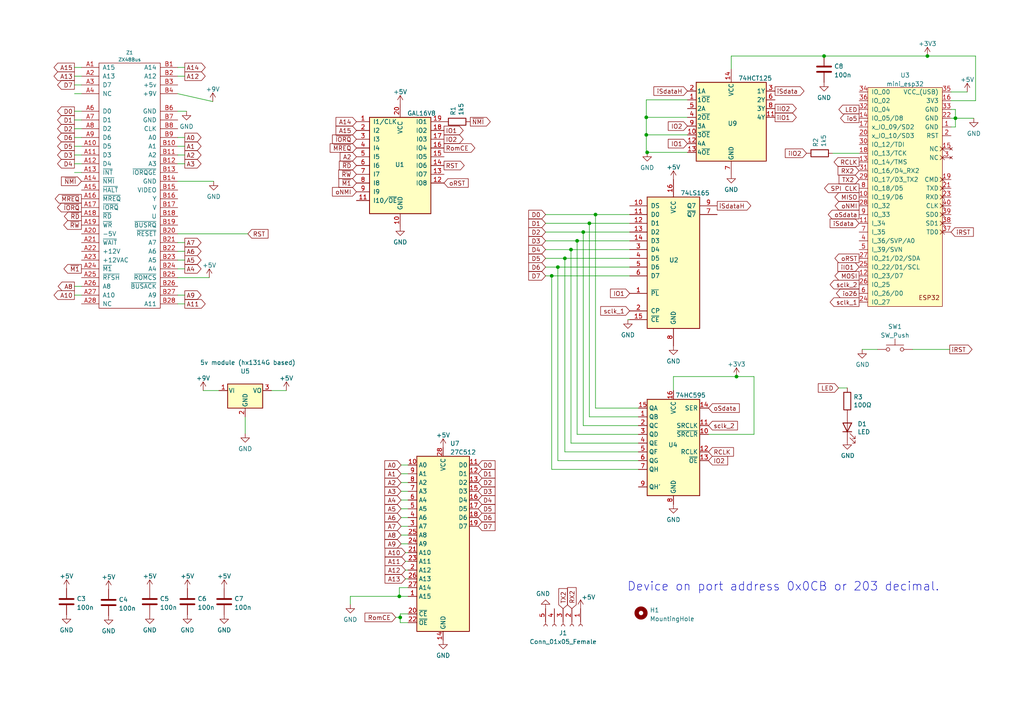
<source format=kicad_sch>
(kicad_sch (version 20211123) (generator eeschema)
  (paper "A4")
  (lib_symbols
    (symbol "74HCT125:74HCT125" (pin_names (offset 0.254))
      (property "Reference" "U" (at 2.54 15.24 0))
      (property "Value" "74HCT125" (at -5.08 2.54 0))
      (symbol "74HCT125_0_0"
        (pin power_in line (at 0 17.78 270) (length 3.81) (name "VCC") (number "14"))
        (pin power_in line (at 0 -12.7 90) (length 3.81) (name "GND") (number "7"))
      )
      (symbol "74HCT125_0_1"
        (rectangle (start -10.16 13.97) (end 10.16 -8.89) (stroke (width 0.254)) (fill (type background)))
      )
      (symbol "74HCT125_1_1"
        (pin input line (at -12.7 8.89 0) (length 2.54) (name "1~{OE}") (number "1"))
        (pin input line (at -12.7 -1.27 0) (length 2.54) (name "3~{OE}") (number "10"))
        (pin output line (at 12.7 3.81 180) (length 2.54) (name "4Y") (number "11"))
        (pin input line (at -12.7 -3.81 0) (length 2.54) (name "4A") (number "12"))
        (pin input line (at -12.7 -6.35 0) (length 2.54) (name "4~{OE}") (number "13"))
        (pin input line (at -12.7 11.43 0) (length 2.54) (name "1A") (number "2"))
        (pin output line (at 12.7 11.43 180) (length 2.54) (name "1Y") (number "3"))
        (pin input line (at -12.7 3.81 0) (length 2.54) (name "2~{OE}") (number "4"))
        (pin input line (at -12.7 6.35 0) (length 2.54) (name "2A") (number "5"))
        (pin output line (at 12.7 8.89 180) (length 2.54) (name "2Y") (number "6"))
        (pin output line (at 12.7 6.35 180) (length 2.54) (name "3Y") (number "8"))
        (pin input line (at -12.7 1.27 0) (length 2.54) (name "3A") (number "9"))
      )
    )
    (symbol "74hc597:74LS165" (pin_names (offset 1.016))
      (property "Reference" "U" (at -7.62 19.05 0))
      (property "Value" "74LS165" (at -7.62 -21.59 0))
      (symbol "74LS165_1_0"
        (pin input line (at -12.7 -10.16 0) (length 5.08) (name "~{PL}") (number "1"))
        (pin input line (at -12.7 15.24 0) (length 5.08) (name "DS") (number "10"))
        (pin input line (at -12.7 12.7 0) (length 5.08) (name "D0") (number "11"))
        (pin input line (at -12.7 10.16 0) (length 5.08) (name "D1") (number "12"))
        (pin input line (at -12.7 7.62 0) (length 5.08) (name "D2") (number "13"))
        (pin input line (at -12.7 5.08 0) (length 5.08) (name "D3") (number "14"))
        (pin input line (at -12.7 -17.78 0) (length 5.08) (name "~{CE}") (number "15"))
        (pin power_in line (at 0 22.86 270) (length 5.08) (name "VCC") (number "16"))
        (pin input line (at -12.7 -15.24 0) (length 5.08) (name "CP") (number "2"))
        (pin input line (at -12.7 2.54 0) (length 5.08) (name "D4") (number "3"))
        (pin input line (at -12.7 0 0) (length 5.08) (name "D5") (number "4"))
        (pin input line (at -12.7 -2.54 0) (length 5.08) (name "D6") (number "5"))
        (pin input line (at -12.7 -5.08 0) (length 5.08) (name "D7") (number "6"))
        (pin output line (at 12.7 12.7 180) (length 5.08) (name "~{Q7}") (number "7"))
        (pin power_in line (at 0 -25.4 90) (length 5.08) (name "GND") (number "8"))
        (pin output line (at 12.7 15.24 180) (length 5.08) (name "Q7") (number "9"))
      )
      (symbol "74LS165_1_1"
        (rectangle (start -7.62 17.78) (end 7.62 -20.32) (stroke (width 0.254)) (fill (type background)))
      )
    )
    (symbol "74xx:74HCT595"
      (property "Reference" "U" (at -7.62 13.97 0))
      (property "Value" "74HCT595" (at -7.62 -16.51 0))
      (symbol "74HCT595_1_0"
        (pin tri_state line (at 10.16 7.62 180) (length 2.54) (name "QB") (number "1"))
        (pin input line (at -10.16 2.54 0) (length 2.54) (name "~{SRCLR}") (number "10"))
        (pin input line (at -10.16 5.08 0) (length 2.54) (name "SRCLK") (number "11"))
        (pin input line (at -10.16 -2.54 0) (length 2.54) (name "RCLK") (number "12"))
        (pin input line (at -10.16 -5.08 0) (length 2.54) (name "~{OE}") (number "13"))
        (pin input line (at -10.16 10.16 0) (length 2.54) (name "SER") (number "14"))
        (pin tri_state line (at 10.16 10.16 180) (length 2.54) (name "QA") (number "15"))
        (pin power_in line (at 0 15.24 270) (length 2.54) (name "VCC") (number "16"))
        (pin tri_state line (at 10.16 5.08 180) (length 2.54) (name "QC") (number "2"))
        (pin tri_state line (at 10.16 2.54 180) (length 2.54) (name "QD") (number "3"))
        (pin tri_state line (at 10.16 0 180) (length 2.54) (name "QE") (number "4"))
        (pin tri_state line (at 10.16 -2.54 180) (length 2.54) (name "QF") (number "5"))
        (pin tri_state line (at 10.16 -5.08 180) (length 2.54) (name "QG") (number "6"))
        (pin tri_state line (at 10.16 -7.62 180) (length 2.54) (name "QH") (number "7"))
        (pin power_in line (at 0 -17.78 90) (length 2.54) (name "GND") (number "8"))
        (pin output line (at 10.16 -12.7 180) (length 2.54) (name "QH'") (number "9"))
      )
      (symbol "74HCT595_1_1"
        (rectangle (start -7.62 12.7) (end 7.62 -15.24) (stroke (width 0.254)) (fill (type background)))
      )
    )
    (symbol "Barts_lib:mini_esp32" (pin_names (offset 1.016))
      (property "Reference" "U3" (at 0.635 2.3028 0))
      (property "Value" "mini_esp32" (at 0.635 -0.2341 0))
      (symbol "mini_esp32_0_0"
        (text "ESP32" (at 7.62 -62.23 0) (effects (font (size 1.27 1.27))))
        (pin power_in line (at 13.97 -12.7 180) (length 2.54) (name "GND") (number "1"))
        (pin input line (at 13.97 -15.24 180) (length 2.54) (name "RST") (number "2"))
        (pin no_connect non_logic (at 13.97 -21.59 180) (length 2.54) (name "NC") (number "3"))
        (pin bidirectional line (at -12.7 -45.72 0) (length 2.54) (name "I_36/SVP/A0") (number "4"))
        (pin bidirectional line (at -12.7 -48.26 0) (length 2.54) (name "I_39/SVN") (number "5"))
      )
      (symbol "mini_esp32_0_1"
        (rectangle (start -10.16 -1.27) (end 11.43 -64.77) (fill (type background)))
      )
      (symbol "mini_esp32_1_1"
        (pin bidirectional line (at -12.7 -33.02 0) (length 2.54) (name "IO_19/D6") (number "10"))
        (pin bidirectional line (at -12.7 -40.64 0) (length 2.54) (name "I_34") (number "11"))
        (pin bidirectional line (at -12.7 -55.88 0) (length 2.54) (name "IO_23/D7") (number "12"))
        (pin bidirectional line (at -12.7 -22.86 0) (length 2.54) (name "IO_14/TMS") (number "13"))
        (pin bidirectional line (at -12.7 -10.16 0) (length 2.54) (name "IO_05/D8") (number "14"))
        (pin no_connect non_logic (at 13.97 -19.05 180) (length 2.54) (name "NC") (number "15"))
        (pin power_in line (at 13.97 -5.08 180) (length 2.54) (name "3V3") (number "16"))
        (pin bidirectional line (at -12.7 -12.7 0) (length 2.54) (name "x_IO_09/SD2") (number "17"))
        (pin bidirectional line (at -12.7 -20.32 0) (length 2.54) (name "IO_13/TCK") (number "18"))
        (pin passive non_logic (at 13.97 -27.94 180) (length 2.54) (name "CMD") (number "19"))
        (pin bidirectional line (at -12.7 -15.24 0) (length 2.54) (name "x_IO_10/SD3") (number "20"))
        (pin passive non_logic (at 13.97 -30.48 180) (length 2.54) (name "TXD") (number "21"))
        (pin power_in line (at 13.97 -10.16 180) (length 2.54) (name "GND") (number "22"))
        (pin passive non_logic (at 13.97 -33.02 180) (length 2.54) (name "RXD") (number "23"))
        (pin bidirectional line (at -12.7 -63.5 0) (length 2.54) (name "IO_27") (number "24"))
        (pin bidirectional line (at -12.7 -53.34 0) (length 2.54) (name "IO_22/D1/SCL") (number "25"))
        (pin bidirectional line (at -12.7 -58.42 0) (length 2.54) (name "IO_25") (number "26"))
        (pin bidirectional line (at -12.7 -50.8 0) (length 2.54) (name "IO_21/D2/SDA") (number "27"))
        (pin bidirectional line (at -12.7 -35.56 0) (length 2.54) (name "IO_32") (number "28"))
        (pin bidirectional line (at -12.7 -27.94 0) (length 2.54) (name "IO_17/D3_TX2") (number "29"))
        (pin bidirectional line (at -12.7 -17.78 0) (length 2.54) (name "IO_12/TDI") (number "30"))
        (pin bidirectional line (at -12.7 -25.4 0) (length 2.54) (name "IO_16/D4_RX2") (number "31"))
        (pin bidirectional line (at -12.7 -7.62 0) (length 2.54) (name "IO_04") (number "32"))
        (pin power_in line (at 13.97 -7.62 180) (length 2.54) (name "GND") (number "33"))
        (pin bidirectional line (at -12.7 -2.54 0) (length 2.54) (name "IO_00") (number "34"))
        (pin power_in line (at 13.97 -2.54 180) (length 2.54) (name "VCC_(USB)") (number "35"))
        (pin bidirectional line (at -12.7 -5.08 0) (length 2.54) (name "IO_02") (number "36"))
        (pin passive non_logic (at 13.97 -43.18 180) (length 2.54) (name "TD0") (number "37"))
        (pin passive non_logic (at 13.97 -40.64 180) (length 2.54) (name "SD1") (number "38"))
        (pin passive non_logic (at 13.97 -38.1 180) (length 2.54) (name "SD0") (number "39"))
        (pin passive non_logic (at 13.97 -35.56 180) (length 2.54) (name "CLK") (number "40"))
        (pin bidirectional line (at -12.7 -60.96 0) (length 2.54) (name "IO_26/D0") (number "6"))
        (pin bidirectional line (at -12.7 -43.18 0) (length 2.54) (name "I_35") (number "7"))
        (pin bidirectional line (at -12.7 -30.48 0) (length 2.54) (name "IO_18/D5") (number "8"))
        (pin bidirectional line (at -12.7 -38.1 0) (length 2.54) (name "IO_33") (number "9"))
      )
    )
    (symbol "Connector:Conn_01x05_Female" (pin_names (offset 1.016) hide)
      (property "Reference" "J" (at 0 7.62 0))
      (property "Value" "Conn_01x05_Female" (at 0 -7.62 0))
      (symbol "Conn_01x05_Female_1_1"
        (arc (start 0 -4.572) (mid -0.508 -5.08) (end 0 -5.588) (stroke (width 0.1524)))
        (arc (start 0 -2.032) (mid -0.508 -2.54) (end 0 -3.048) (stroke (width 0.1524)))
        (polyline (pts (xy -1.27 -5.08) (xy -0.508 -5.08)) (stroke (width 0.1524)))
        (polyline (pts (xy -1.27 -2.54) (xy -0.508 -2.54)) (stroke (width 0.1524)))
        (polyline (pts (xy -1.27 0) (xy -0.508 0)) (stroke (width 0.1524)))
        (polyline (pts (xy -1.27 2.54) (xy -0.508 2.54)) (stroke (width 0.1524)))
        (polyline (pts (xy -1.27 5.08) (xy -0.508 5.08)) (stroke (width 0.1524)))
        (arc (start 0 0.508) (mid -0.508 0) (end 0 -0.508) (stroke (width 0.1524)))
        (arc (start 0 3.048) (mid -0.508 2.54) (end 0 2.032) (stroke (width 0.1524)))
        (arc (start 0 5.588) (mid -0.508 5.08) (end 0 4.572) (stroke (width 0.1524)))
        (pin passive line (at -5.08 5.08 0) (length 3.81) (name "Pin_1") (number "1"))
        (pin passive line (at -5.08 2.54 0) (length 3.81) (name "Pin_2") (number "2"))
        (pin passive line (at -5.08 0 0) (length 3.81) (name "Pin_3") (number "3"))
        (pin passive line (at -5.08 -2.54 0) (length 3.81) (name "Pin_4") (number "4"))
        (pin passive line (at -5.08 -5.08 0) (length 3.81) (name "Pin_5") (number "5"))
      )
    )
    (symbol "Device:C" (pin_numbers hide) (pin_names (offset 0.254))
      (property "Reference" "C" (at 0.635 2.54 0))
      (property "Value" "C" (at 0.635 -2.54 0))
      (symbol "C_0_1"
        (polyline (pts (xy -2.032 -0.762) (xy 2.032 -0.762)) (stroke (width 0.508)))
        (polyline (pts (xy -2.032 0.762) (xy 2.032 0.762)) (stroke (width 0.508)))
      )
      (symbol "C_1_1"
        (pin passive line (at 0 3.81 270) (length 2.794) (name "~") (number "1"))
        (pin passive line (at 0 -3.81 90) (length 2.794) (name "~") (number "2"))
      )
    )
    (symbol "Device:LED" (pin_numbers hide) (pin_names (offset 1.016) hide)
      (property "Reference" "D" (at 0 2.54 0))
      (property "Value" "LED" (at 0 -2.54 0))
      (symbol "LED_0_1"
        (polyline (pts (xy -1.27 -1.27) (xy -1.27 1.27)) (stroke (width 0.254)))
        (polyline (pts (xy -1.27 0) (xy 1.27 0)))
        (polyline (pts (xy 1.27 -1.27) (xy 1.27 1.27) (xy -1.27 0) (xy 1.27 -1.27)) (stroke (width 0.254)))
        (polyline (pts (xy -3.048 -0.762) (xy -4.572 -2.286) (xy -3.81 -2.286) (xy -4.572 -2.286) (xy -4.572 -1.524)))
        (polyline (pts (xy -1.778 -0.762) (xy -3.302 -2.286) (xy -2.54 -2.286) (xy -3.302 -2.286) (xy -3.302 -1.524)))
      )
      (symbol "LED_1_1"
        (pin passive line (at -3.81 0 0) (length 2.54) (name "K") (number "1"))
        (pin passive line (at 3.81 0 180) (length 2.54) (name "A") (number "2"))
      )
    )
    (symbol "Device:R" (pin_numbers hide) (pin_names (offset 0))
      (property "Reference" "R" (at 2.032 0 90))
      (property "Value" "R" (at 0 0 90))
      (symbol "R_0_1"
        (rectangle (start -1.016 -2.54) (end 1.016 2.54) (stroke (width 0.254)))
      )
      (symbol "R_1_1"
        (pin passive line (at 0 3.81 270) (length 1.27) (name "~") (number "1"))
        (pin passive line (at 0 -3.81 90) (length 1.27) (name "~") (number "2"))
      )
    )
    (symbol "Logic_Programmable:GAL16V8" (pin_names (offset 1.016))
      (property "Reference" "U" (at -8.89 16.51 0))
      (property "Value" "GAL16V8" (at 1.27 16.51 0))
      (symbol "GAL16V8_0_0"
        (pin power_in line (at 0 -17.78 90) (length 3.81) (name "GND") (number "10"))
        (pin power_in line (at 0 17.78 270) (length 3.81) (name "VCC") (number "20"))
      )
      (symbol "GAL16V8_0_1"
        (rectangle (start -8.89 13.97) (end 8.89 -13.97) (stroke (width 0.254)) (fill (type background)))
      )
      (symbol "GAL16V8_1_1"
        (pin input line (at -12.7 12.7 0) (length 3.81) (name "I1/CLK") (number "1"))
        (pin input line (at -12.7 -10.16 0) (length 3.81) (name "I10/~{OE}") (number "11"))
        (pin tri_state line (at 12.7 -5.08 180) (length 3.81) (name "IO8") (number "12"))
        (pin tri_state line (at 12.7 -2.54 180) (length 3.81) (name "IO7") (number "13"))
        (pin tri_state line (at 12.7 0 180) (length 3.81) (name "IO6") (number "14"))
        (pin tri_state line (at 12.7 2.54 180) (length 3.81) (name "IO5") (number "15"))
        (pin tri_state line (at 12.7 5.08 180) (length 3.81) (name "IO4") (number "16"))
        (pin tri_state line (at 12.7 7.62 180) (length 3.81) (name "I03") (number "17"))
        (pin tri_state line (at 12.7 10.16 180) (length 3.81) (name "IO2") (number "18"))
        (pin tri_state line (at 12.7 12.7 180) (length 3.81) (name "IO1") (number "19"))
        (pin input line (at -12.7 10.16 0) (length 3.81) (name "I2") (number "2"))
        (pin input line (at -12.7 7.62 0) (length 3.81) (name "I3") (number "3"))
        (pin input line (at -12.7 5.08 0) (length 3.81) (name "I4") (number "4"))
        (pin input line (at -12.7 2.54 0) (length 3.81) (name "I5") (number "5"))
        (pin input line (at -12.7 0 0) (length 3.81) (name "I6") (number "6"))
        (pin input line (at -12.7 -2.54 0) (length 3.81) (name "I7") (number "7"))
        (pin input line (at -12.7 -5.08 0) (length 3.81) (name "I8") (number "8"))
        (pin input line (at -12.7 -7.62 0) (length 3.81) (name "I9") (number "9"))
      )
    )
    (symbol "Mechanical:MountingHole" (pin_names (offset 1.016))
      (property "Reference" "H" (at 0 5.08 0))
      (property "Value" "MountingHole" (at 0 3.175 0))
      (symbol "MountingHole_0_1"
        (circle (center 0 0) (radius 1.27) (stroke (width 1.27)))
      )
    )
    (symbol "Memory_EPROM:27C512"
      (property "Reference" "U" (at -7.62 26.67 0))
      (property "Value" "27C512" (at 2.54 -26.67 0))
      (symbol "27C512_1_1"
        (rectangle (start -7.62 25.4) (end 7.62 -25.4) (stroke (width 0.254)) (fill (type background)))
        (pin input line (at -10.16 -15.24 0) (length 2.54) (name "A15") (number "1"))
        (pin input line (at -10.16 22.86 0) (length 2.54) (name "A0") (number "10"))
        (pin tri_state line (at 10.16 22.86 180) (length 2.54) (name "D0") (number "11"))
        (pin tri_state line (at 10.16 20.32 180) (length 2.54) (name "D1") (number "12"))
        (pin tri_state line (at 10.16 17.78 180) (length 2.54) (name "D2") (number "13"))
        (pin power_in line (at 0 -27.94 90) (length 2.54) (name "GND") (number "14"))
        (pin tri_state line (at 10.16 15.24 180) (length 2.54) (name "D3") (number "15"))
        (pin tri_state line (at 10.16 12.7 180) (length 2.54) (name "D4") (number "16"))
        (pin tri_state line (at 10.16 10.16 180) (length 2.54) (name "D5") (number "17"))
        (pin tri_state line (at 10.16 7.62 180) (length 2.54) (name "D6") (number "18"))
        (pin tri_state line (at 10.16 5.08 180) (length 2.54) (name "D7") (number "19"))
        (pin input line (at -10.16 -7.62 0) (length 2.54) (name "A12") (number "2"))
        (pin input line (at -10.16 -20.32 0) (length 2.54) (name "~{CE}") (number "20"))
        (pin input line (at -10.16 -2.54 0) (length 2.54) (name "A10") (number "21"))
        (pin input line (at -10.16 -22.86 0) (length 2.54) (name "~{OE}") (number "22"))
        (pin input line (at -10.16 -5.08 0) (length 2.54) (name "A11") (number "23"))
        (pin input line (at -10.16 0 0) (length 2.54) (name "A9") (number "24"))
        (pin input line (at -10.16 2.54 0) (length 2.54) (name "A8") (number "25"))
        (pin input line (at -10.16 -10.16 0) (length 2.54) (name "A13") (number "26"))
        (pin input line (at -10.16 -12.7 0) (length 2.54) (name "A14") (number "27"))
        (pin power_in line (at 0 27.94 270) (length 2.54) (name "VCC") (number "28"))
        (pin input line (at -10.16 5.08 0) (length 2.54) (name "A7") (number "3"))
        (pin input line (at -10.16 7.62 0) (length 2.54) (name "A6") (number "4"))
        (pin input line (at -10.16 10.16 0) (length 2.54) (name "A5") (number "5"))
        (pin input line (at -10.16 12.7 0) (length 2.54) (name "A4") (number "6"))
        (pin input line (at -10.16 15.24 0) (length 2.54) (name "A3") (number "7"))
        (pin input line (at -10.16 17.78 0) (length 2.54) (name "A2") (number "8"))
        (pin input line (at -10.16 20.32 0) (length 2.54) (name "A1") (number "9"))
      )
    )
    (symbol "Regulator_Linear:KA78M05_TO252" (pin_names (offset 0.254))
      (property "Reference" "U" (at -3.81 3.175 0))
      (property "Value" "KA78M05_TO252" (at 0 3.175 0))
      (symbol "KA78M05_TO252_0_1"
        (rectangle (start -5.08 1.905) (end 5.08 -5.08) (stroke (width 0.254)) (fill (type background)))
      )
      (symbol "KA78M05_TO252_1_1"
        (pin power_in line (at -7.62 0 0) (length 2.54) (name "VI") (number "1"))
        (pin power_in line (at 0 -7.62 90) (length 2.54) (name "GND") (number "2"))
        (pin power_out line (at 7.62 0 180) (length 2.54) (name "VO") (number "3"))
      )
    )
    (symbol "Switch:SW_Push" (pin_numbers hide) (pin_names (offset 1.016) hide)
      (property "Reference" "SW" (at 1.27 2.54 0))
      (property "Value" "SW_Push" (at 0 -1.524 0))
      (symbol "SW_Push_0_1"
        (circle (center -2.032 0) (radius 0.508))
        (polyline (pts (xy 0 1.27) (xy 0 3.048)))
        (polyline (pts (xy 2.54 1.27) (xy -2.54 1.27)))
        (circle (center 2.032 0) (radius 0.508))
        (pin passive line (at -5.08 0 0) (length 2.54) (name "1") (number "1"))
        (pin passive line (at 5.08 0 180) (length 2.54) (name "2") (number "2"))
      )
    )
    (symbol "power:+3.3V" (power) (pin_names (offset 0))
      (property "Value" "+3.3V" (at 0 3.556 0))
      (symbol "+3.3V_0_1"
        (polyline (pts (xy -0.762 1.27) (xy 0 2.54)))
        (polyline (pts (xy 0 0) (xy 0 2.54)))
        (polyline (pts (xy 0 2.54) (xy 0.762 1.27)))
      )
      (symbol "+3.3V_1_1"
        (pin power_in line (at 0 0 90) (length 0) hide (name "+3V3") (number "1"))
      )
    )
    (symbol "power:+5V" (power) (pin_names (offset 0))
      (property "Value" "+5V" (at 0 3.556 0))
      (symbol "+5V_0_1"
        (polyline (pts (xy -0.762 1.27) (xy 0 2.54)))
        (polyline (pts (xy 0 0) (xy 0 2.54)))
        (polyline (pts (xy 0 2.54) (xy 0.762 1.27)))
      )
      (symbol "+5V_1_1"
        (pin power_in line (at 0 0 90) (length 0) hide (name "+5V") (number "1"))
      )
    )
    (symbol "power:+9V" (power) (pin_names (offset 0))
      (property "Value" "+9V" (at 0 3.556 0))
      (symbol "+9V_0_1"
        (polyline (pts (xy -0.762 1.27) (xy 0 2.54)))
        (polyline (pts (xy 0 0) (xy 0 2.54)))
        (polyline (pts (xy 0 2.54) (xy 0.762 1.27)))
      )
      (symbol "+9V_1_1"
        (pin power_in line (at 0 0 90) (length 0) hide (name "+9V") (number "1"))
      )
    )
    (symbol "power:GND" (power) (pin_names (offset 0))
      (property "Value" "GND" (at 0 -3.81 0))
      (symbol "GND_0_1"
        (polyline (pts (xy 0 0) (xy 0 -1.27) (xy 1.27 -1.27) (xy 0 -2.54) (xy -1.27 -1.27) (xy 0 -1.27)))
      )
      (symbol "GND_1_1"
        (pin power_in line (at 0 0 270) (length 0) hide (name "GND") (number "1"))
      )
    )
    (symbol "zxbus:ZX48Bus" (pin_names (offset 1.016))
      (property "Reference" "Z" (at 0 83.82 0))
      (property "Value" "ZX48Bus" (at 0 86.36 0))
      (symbol "ZX48Bus_0_0"
        (rectangle (start 0 82.55) (end 17.78 11.43))
      )
      (symbol "ZX48Bus_1_1"
        (pin input line (at -5.08 81.28 0) (length 5.08) (name "A15") (number "A1"))
        (pin input line (at -5.08 58.42 0) (length 5.08) (name "D5") (number "A10"))
        (pin input line (at -5.08 55.88 0) (length 5.08) (name "D3") (number "A11"))
        (pin input line (at -5.08 53.34 0) (length 5.08) (name "D4") (number "A12"))
        (pin input line (at -5.08 50.8 0) (length 5.08) (name "~{INT}") (number "A13"))
        (pin input line (at -5.08 48.26 0) (length 5.08) (name "~{NMI}") (number "A14"))
        (pin input line (at -5.08 45.72 0) (length 5.08) (name "~{HALT}") (number "A15"))
        (pin input line (at -5.08 43.18 0) (length 5.08) (name "~{MREQ}") (number "A16"))
        (pin input line (at -5.08 40.64 0) (length 5.08) (name "~{IORQ}") (number "A17"))
        (pin input line (at -5.08 38.1 0) (length 5.08) (name "~{RD}") (number "A18"))
        (pin input line (at -5.08 35.56 0) (length 5.08) (name "~{WR}") (number "A19"))
        (pin input line (at -5.08 78.74 0) (length 5.08) (name "A13") (number "A2"))
        (pin input line (at -5.08 33.02 0) (length 5.08) (name "-5V") (number "A20"))
        (pin input line (at -5.08 30.48 0) (length 5.08) (name "~{WAIT}") (number "A21"))
        (pin input line (at -5.08 27.94 0) (length 5.08) (name "+12V") (number "A22"))
        (pin input line (at -5.08 25.4 0) (length 5.08) (name "+12VAC") (number "A23"))
        (pin input line (at -5.08 22.86 0) (length 5.08) (name "~{M1}") (number "A24"))
        (pin input line (at -5.08 20.32 0) (length 5.08) (name "~{RFSH}") (number "A25"))
        (pin input line (at -5.08 17.78 0) (length 5.08) (name "A8") (number "A26"))
        (pin input line (at -5.08 15.24 0) (length 5.08) (name "A10") (number "A27"))
        (pin input line (at -5.08 12.7 0) (length 5.08) (name "NC") (number "A28"))
        (pin input line (at -5.08 76.2 0) (length 5.08) (name "D7") (number "A3"))
        (pin input line (at -5.08 73.66 0) (length 5.08) (name "NC") (number "A4"))
        (pin input line (at -5.08 68.58 0) (length 5.08) (name "D0") (number "A6"))
        (pin input line (at -5.08 66.04 0) (length 5.08) (name "D1") (number "A7"))
        (pin input line (at -5.08 63.5 0) (length 5.08) (name "D2") (number "A8"))
        (pin input line (at -5.08 60.96 0) (length 5.08) (name "D6") (number "A9"))
        (pin input line (at 22.86 81.28 180) (length 5.08) (name "A14") (number "B1"))
        (pin input line (at 22.86 58.42 180) (length 5.08) (name "A1") (number "B10"))
        (pin input line (at 22.86 55.88 180) (length 5.08) (name "A2") (number "B11"))
        (pin input line (at 22.86 53.34 180) (length 5.08) (name "A3") (number "B12"))
        (pin input line (at 22.86 50.8 180) (length 5.08) (name "~{IORQGE}") (number "B13"))
        (pin input line (at 22.86 48.26 180) (length 5.08) (name "GND") (number "B14"))
        (pin input line (at 22.86 45.72 180) (length 5.08) (name "VIDEO") (number "B15"))
        (pin input line (at 22.86 43.18 180) (length 5.08) (name "Y") (number "B16"))
        (pin input line (at 22.86 40.64 180) (length 5.08) (name "V") (number "B17"))
        (pin input line (at 22.86 38.1 180) (length 5.08) (name "U") (number "B18"))
        (pin input line (at 22.86 35.56 180) (length 5.08) (name "~{BUSRQ}") (number "B19"))
        (pin input line (at 22.86 78.74 180) (length 5.08) (name "A12") (number "B2"))
        (pin input line (at 22.86 33.02 180) (length 5.08) (name "~{RESET}") (number "B20"))
        (pin input line (at 22.86 30.48 180) (length 5.08) (name "A7") (number "B21"))
        (pin input line (at 22.86 27.94 180) (length 5.08) (name "A6") (number "B22"))
        (pin input line (at 22.86 25.4 180) (length 5.08) (name "A5") (number "B23"))
        (pin input line (at 22.86 22.86 180) (length 5.08) (name "A4") (number "B24"))
        (pin input line (at 22.86 20.32 180) (length 5.08) (name "~{ROMCS}") (number "B25"))
        (pin input line (at 22.86 17.78 180) (length 5.08) (name "~{BUSACK}") (number "B26"))
        (pin input line (at 22.86 15.24 180) (length 5.08) (name "A9") (number "B27"))
        (pin input line (at 22.86 12.7 180) (length 5.08) (name "A11") (number "B28"))
        (pin input line (at 22.86 76.2 180) (length 5.08) (name "+5v") (number "B3"))
        (pin input line (at 22.86 73.66 180) (length 5.08) (name "+9V") (number "B4"))
        (pin input line (at 22.86 68.58 180) (length 5.08) (name "GND") (number "B6"))
        (pin input line (at 22.86 66.04 180) (length 5.08) (name "GND") (number "B7"))
        (pin input line (at 22.86 63.5 180) (length 5.08) (name "CLK") (number "B8"))
        (pin input line (at 22.86 60.96 180) (length 5.08) (name "A0") (number "B9"))
      )
    )
  )
  (junction (at 169.164 67.31))
  (junction (at 187.452 34.036))
  (junction (at 172.72 62.23))
  (junction (at 167.386 69.85))
  (junction (at 187.452 39.116))
  (junction (at 268.986 16.256))
  (junction (at 187.706 44.196))
  (junction (at 165.608 72.39))
  (junction (at 163.83 74.93))
  (junction (at 115.824 172.974))
  (junction (at 170.942 64.77))
  (junction (at 239.014 16.256))
  (junction (at 161.798 77.47))
  (junction (at 116.078 179.07))
  (junction (at 160.02 80.01))
  (junction (at 277.114 34.29))
  (junction (at 213.614 109.22))
  (wire (pts (xy 158.242 69.85) (xy 167.386 69.85)))
  (wire (pts (xy 51.562 85.598) (xy 53.594 85.598)))
  (wire (pts (xy 167.386 125.984) (xy 185.166 125.984)))
  (wire (pts (xy 275.844 31.75) (xy 277.114 31.75)))
  (wire (pts (xy 187.452 39.116) (xy 199.39 39.116)))
  (wire (pts (xy 161.798 133.604) (xy 161.798 77.47)))
  (wire (pts (xy 187.452 28.956) (xy 199.39 28.956)))
  (wire (pts (xy 158.242 64.77) (xy 170.942 64.77)))
  (wire (pts (xy 51.562 42.418) (xy 53.594 42.418)))
  (wire (pts (xy 170.942 64.77) (xy 170.942 120.904)))
  (wire (pts (xy 277.114 36.83) (xy 277.114 34.29)))
  (wire (pts (xy 23.622 34.798) (xy 21.59 34.798)))
  (wire (pts (xy 117.602 162.814) (xy 118.364 162.814)))
  (wire (pts (xy 218.694 109.22) (xy 218.694 125.984)))
  (wire (pts (xy 118.364 170.434) (xy 115.824 170.434)))
  (wire (pts (xy 199.39 44.196) (xy 187.706 44.196)))
  (wire (pts (xy 118.364 142.494) (xy 116.332 142.494)))
  (wire (pts (xy 158.242 67.31) (xy 169.164 67.31)))
  (wire (pts (xy 71.12 120.904) (xy 71.12 125.73)))
  (wire (pts (xy 185.166 128.524) (xy 165.608 128.524)))
  (wire (pts (xy 51.562 70.358) (xy 53.594 70.358)))
  (wire (pts (xy 23.622 39.878) (xy 21.59 39.878)))
  (wire (pts (xy 199.39 34.036) (xy 187.452 34.036)))
  (wire (pts (xy 182.626 69.85) (xy 167.386 69.85)))
  (wire (pts (xy 23.622 42.418) (xy 21.59 42.418)))
  (wire (pts (xy 264.668 101.346) (xy 275.463 101.346)))
  (wire (pts (xy 117.602 167.894) (xy 118.364 167.894)))
  (wire (pts (xy 165.608 128.524) (xy 165.608 72.39)))
  (wire (pts (xy 277.114 31.75) (xy 277.114 34.29)))
  (wire (pts (xy 185.166 118.364) (xy 172.72 118.364)))
  (wire (pts (xy 161.798 77.47) (xy 182.626 77.47)))
  (wire (pts (xy 51.562 72.898) (xy 53.594 72.898)))
  (wire (pts (xy 23.622 85.598) (xy 21.59 85.598)))
  (wire (pts (xy 212.09 16.256) (xy 239.014 16.256)))
  (wire (pts (xy 51.562 88.138) (xy 53.594 88.138)))
  (wire (pts (xy 116.078 179.07) (xy 116.078 180.594)))
  (wire (pts (xy 158.242 72.39) (xy 165.608 72.39)))
  (wire (pts (xy 241.554 44.45) (xy 249.174 44.45)))
  (wire (pts (xy 51.562 80.518) (xy 60.706 80.518)))
  (wire (pts (xy 167.386 69.85) (xy 167.386 125.984)))
  (wire (pts (xy 118.364 147.574) (xy 116.332 147.574)))
  (wire (pts (xy 78.74 113.284) (xy 83.058 113.284)))
  (wire (pts (xy 158.242 80.01) (xy 160.02 80.01)))
  (wire (pts (xy 280.543 26.67) (xy 275.844 26.67)))
  (wire (pts (xy 172.72 62.23) (xy 182.626 62.23)))
  (wire (pts (xy 275.844 36.83) (xy 277.114 36.83)))
  (wire (pts (xy 182.626 80.01) (xy 160.02 80.01)))
  (wire (pts (xy 116.332 157.734) (xy 118.364 157.734)))
  (wire (pts (xy 275.844 29.21) (xy 282.956 29.21)))
  (wire (pts (xy 163.83 74.93) (xy 163.83 131.064)))
  (wire (pts (xy 58.928 113.284) (xy 63.5 113.284)))
  (wire (pts (xy 23.622 19.558) (xy 21.59 19.558)))
  (wire (pts (xy 23.622 22.098) (xy 21.59 22.098)))
  (wire (pts (xy 118.364 172.974) (xy 115.824 172.974)))
  (wire (pts (xy 51.562 27.178) (xy 61.722 29.464)))
  (wire (pts (xy 239.014 16.256) (xy 268.986 16.256)))
  (wire (pts (xy 205.486 125.984) (xy 218.694 125.984)))
  (wire (pts (xy 118.364 150.114) (xy 116.332 150.114)))
  (wire (pts (xy 51.562 52.578) (xy 61.976 52.578)))
  (wire (pts (xy 277.114 34.29) (xy 282.448 34.29)))
  (wire (pts (xy 51.562 22.098) (xy 53.594 22.098)))
  (wire (pts (xy 165.608 72.39) (xy 182.626 72.39)))
  (wire (pts (xy 23.622 27.178) (xy 21.59 27.178)))
  (wire (pts (xy 115.824 170.434) (xy 115.824 172.974)))
  (wire (pts (xy 268.986 16.256) (xy 282.956 16.256)))
  (wire (pts (xy 182.626 74.93) (xy 163.83 74.93)))
  (wire (pts (xy 118.364 139.954) (xy 116.332 139.954)))
  (wire (pts (xy 23.622 24.638) (xy 21.59 24.638)))
  (wire (pts (xy 118.364 178.054) (xy 116.078 178.054)))
  (wire (pts (xy 117.602 160.274) (xy 118.364 160.274)))
  (wire (pts (xy 23.622 44.958) (xy 21.59 44.958)))
  (wire (pts (xy 275.844 34.29) (xy 277.114 34.29)))
  (wire (pts (xy 117.602 165.354) (xy 118.364 165.354)))
  (wire (pts (xy 115.824 172.974) (xy 101.6 172.974)))
  (wire (pts (xy 118.364 137.414) (xy 116.332 137.414)))
  (wire (pts (xy 187.452 34.036) (xy 187.452 39.116)))
  (wire (pts (xy 195.326 109.22) (xy 213.614 109.22)))
  (wire (pts (xy 101.6 172.974) (xy 101.6 175.26)))
  (wire (pts (xy 282.956 16.256) (xy 282.956 29.21)))
  (wire (pts (xy 212.09 20.066) (xy 212.09 16.256)))
  (wire (pts (xy 51.562 67.818) (xy 71.882 67.818)))
  (wire (pts (xy 118.364 134.874) (xy 116.332 134.874)))
  (wire (pts (xy 170.942 120.904) (xy 185.166 120.904)))
  (wire (pts (xy 187.452 28.956) (xy 187.452 34.036)))
  (wire (pts (xy 160.02 80.01) (xy 160.02 136.144)))
  (wire (pts (xy 51.562 32.258) (xy 54.102 32.258)))
  (wire (pts (xy 51.562 44.958) (xy 53.594 44.958)))
  (wire (pts (xy 195.326 113.284) (xy 195.326 109.22)))
  (wire (pts (xy 187.452 39.116) (xy 187.452 44.196)))
  (wire (pts (xy 51.562 19.558) (xy 53.594 19.558)))
  (wire (pts (xy 163.83 131.064) (xy 185.166 131.064)))
  (wire (pts (xy 51.562 39.878) (xy 53.594 39.878)))
  (wire (pts (xy 114.808 179.07) (xy 116.078 179.07)))
  (wire (pts (xy 158.242 62.23) (xy 172.72 62.23)))
  (wire (pts (xy 118.364 145.034) (xy 116.332 145.034)))
  (wire (pts (xy 23.622 32.258) (xy 21.59 32.258)))
  (wire (pts (xy 172.72 118.364) (xy 172.72 62.23)))
  (wire (pts (xy 23.622 47.498) (xy 21.59 47.498)))
  (wire (pts (xy 23.622 37.338) (xy 21.59 37.338)))
  (wire (pts (xy 250.063 101.346) (xy 254.508 101.346)))
  (wire (pts (xy 116.332 155.194) (xy 118.364 155.194)))
  (wire (pts (xy 51.562 47.498) (xy 53.594 47.498)))
  (wire (pts (xy 158.242 74.93) (xy 163.83 74.93)))
  (wire (pts (xy 23.622 83.058) (xy 21.59 83.058)))
  (wire (pts (xy 51.562 77.978) (xy 53.594 77.978)))
  (wire (pts (xy 243.205 112.522) (xy 245.745 112.522)))
  (wire (pts (xy 118.364 152.654) (xy 116.332 152.654)))
  (wire (pts (xy 160.02 136.144) (xy 185.166 136.144)))
  (wire (pts (xy 169.164 123.444) (xy 169.164 67.31)))
  (wire (pts (xy 169.164 67.31) (xy 182.626 67.31)))
  (wire (pts (xy 182.626 64.77) (xy 170.942 64.77)))
  (wire (pts (xy 116.078 180.594) (xy 118.364 180.594)))
  (wire (pts (xy 185.166 123.444) (xy 169.164 123.444)))
  (wire (pts (xy 116.078 178.054) (xy 116.078 179.07)))
  (wire (pts (xy 187.706 44.196) (xy 187.452 44.196)))
  (wire (pts (xy 213.614 109.22) (xy 218.694 109.22)))
  (wire (pts (xy 51.562 75.438) (xy 53.594 75.438)))
  (wire (pts (xy 23.622 50.038) (xy 21.59 50.038)))
  (wire (pts (xy 182.118 92.71) (xy 182.626 92.71)))
  (wire (pts (xy 185.166 133.604) (xy 161.798 133.604)))
  (wire (pts (xy 158.242 77.47) (xy 161.798 77.47)))
  (text "Device on port address 0x0CB or 203 decimal." (at 181.864 171.704 0) (effects (font (size 2.5 2.5)) (justify left bottom)))
  (global_label "~{RD}" (shape output) (at 23.622 62.738 180) (property "Intersheet References" "${INTERSHEET_REFS}" (effects hide)))
  (global_label "iSdataH" (shape output) (at 208.026 59.69 0) (property "Intersheet References" "${INTERSHEET_REFS}" (effects hide)))
  (global_label "A12" (shape output) (at 53.594 22.098 0) (property "Intersheet References" "${INTERSHEET_REFS}" (effects hide)))
  (global_label "A10" (shape input) (at 117.602 160.274 180) (property "Intersheet References" "${INTERSHEET_REFS}" (effects hide)))
  (global_label "D2" (shape input) (at 138.684 139.954 0) (property "Intersheet References" "${INTERSHEET_REFS}" (effects hide)))
  (global_label "RomCE" (shape input) (at 114.808 179.07 180) (property "Intersheet References" "${INTERSHEET_REFS}" (effects hide)))
  (global_label "TX2" (shape input) (at 249.174 52.07 180) (property "Intersheet References" "${INTERSHEET_REFS}" (effects hide)))
  (global_label "MOSI" (shape output) (at 249.174 80.01 180) (property "Intersheet References" "${INTERSHEET_REFS}" (effects hide)))
  (global_label "~{MREQ}" (shape output) (at 23.622 57.658 180) (property "Intersheet References" "${INTERSHEET_REFS}" (effects hide)))
  (global_label "D5" (shape input) (at 138.684 147.574 0) (property "Intersheet References" "${INTERSHEET_REFS}" (effects hide)))
  (global_label "D7" (shape input) (at 158.242 80.01 180) (property "Intersheet References" "${INTERSHEET_REFS}" (effects hide)))
  (global_label "sclk_2" (shape output) (at 249.174 82.55 180) (property "Intersheet References" "${INTERSHEET_REFS}" (effects hide)))
  (global_label "io26" (shape output) (at 249.174 85.09 180) (property "Intersheet References" "${INTERSHEET_REFS}" (effects hide)))
  (global_label "D4" (shape input) (at 158.242 72.39 180) (property "Intersheet References" "${INTERSHEET_REFS}" (effects hide)))
  (global_label "D2" (shape output) (at 21.59 37.338 180) (property "Intersheet References" "${INTERSHEET_REFS}" (effects hide)))
  (global_label "A14" (shape output) (at 53.594 19.558 0) (property "Intersheet References" "${INTERSHEET_REFS}" (effects hide)))
  (global_label "A1" (shape output) (at 53.594 42.418 0) (property "Intersheet References" "${INTERSHEET_REFS}" (effects hide)))
  (global_label "SPI CLK" (shape output) (at 249.174 54.61 180) (property "Intersheet References" "${INTERSHEET_REFS}" (effects hide)))
  (global_label "MISO" (shape output) (at 249.174 57.15 180) (property "Intersheet References" "${INTERSHEET_REFS}" (effects hide)))
  (global_label "~{IORQ}" (shape input) (at 103.378 40.386 180) (property "Intersheet References" "${INTERSHEET_REFS}" (effects hide)))
  (global_label "A6" (shape input) (at 116.332 150.114 180) (property "Intersheet References" "${INTERSHEET_REFS}" (effects hide)))
  (global_label "D6" (shape input) (at 158.242 77.47 180) (property "Intersheet References" "${INTERSHEET_REFS}" (effects hide)))
  (global_label "io5" (shape output) (at 249.174 34.29 180) (property "Intersheet References" "${INTERSHEET_REFS}" (effects hide)))
  (global_label "D0" (shape input) (at 158.242 62.23 180) (property "Intersheet References" "${INTERSHEET_REFS}" (effects hide)))
  (global_label "LED" (shape input) (at 243.205 112.522 180) (property "Intersheet References" "${INTERSHEET_REFS}" (effects hide)))
  (global_label "iIO1" (shape output) (at 224.79 34.036 0) (property "Intersheet References" "${INTERSHEET_REFS}" (effects hide)))
  (global_label "iRST" (shape output) (at 275.463 101.346 0) (property "Intersheet References" "${INTERSHEET_REFS}" (effects hide)))
  (global_label "iIO1" (shape input) (at 249.174 77.47 180) (property "Intersheet References" "${INTERSHEET_REFS}" (effects hide)))
  (global_label "~{IORQ}" (shape output) (at 23.622 60.198 180) (property "Intersheet References" "${INTERSHEET_REFS}" (effects hide)))
  (global_label "IO2" (shape input) (at 199.39 36.576 180) (property "Intersheet References" "${INTERSHEET_REFS}" (effects hide)))
  (global_label "IO1" (shape input) (at 182.626 85.09 180) (property "Intersheet References" "${INTERSHEET_REFS}" (effects hide)))
  (global_label "RX2" (shape input) (at 249.174 49.53 180) (property "Intersheet References" "${INTERSHEET_REFS}" (effects hide)))
  (global_label "A3" (shape input) (at 116.332 142.494 180) (property "Intersheet References" "${INTERSHEET_REFS}" (effects hide)))
  (global_label "D3" (shape output) (at 21.59 44.958 180) (property "Intersheet References" "${INTERSHEET_REFS}" (effects hide)))
  (global_label "A1" (shape input) (at 116.332 137.414 180) (property "Intersheet References" "${INTERSHEET_REFS}" (effects hide)))
  (global_label "iSdata" (shape input) (at 249.174 64.77 180) (property "Intersheet References" "${INTERSHEET_REFS}" (effects hide)))
  (global_label "oNMI" (shape input) (at 103.378 55.626 180) (property "Intersheet References" "${INTERSHEET_REFS}" (effects hide)))
  (global_label "A12" (shape input) (at 117.602 165.354 180) (property "Intersheet References" "${INTERSHEET_REFS}" (effects hide)))
  (global_label "sclk_2" (shape input) (at 205.486 123.444 0) (property "Intersheet References" "${INTERSHEET_REFS}" (effects hide)))
  (global_label "IO2" (shape input) (at 205.486 133.604 0) (property "Intersheet References" "${INTERSHEET_REFS}" (effects hide)))
  (global_label "A14" (shape input) (at 103.378 35.306 180) (property "Intersheet References" "${INTERSHEET_REFS}" (effects hide)))
  (global_label "oSdata" (shape output) (at 249.174 62.23 180) (property "Intersheet References" "${INTERSHEET_REFS}" (effects hide)))
  (global_label "RCLK" (shape output) (at 249.174 46.99 180) (property "Intersheet References" "${INTERSHEET_REFS}" (effects hide)))
  (global_label "A7" (shape output) (at 53.594 70.358 0) (property "Intersheet References" "${INTERSHEET_REFS}" (effects hide)))
  (global_label "~{NMI}" (shape output) (at 136.398 35.306 0) (property "Intersheet References" "${INTERSHEET_REFS}" (effects hide)))
  (global_label "LED" (shape output) (at 249.174 31.75 180) (property "Intersheet References" "${INTERSHEET_REFS}" (effects hide)))
  (global_label "A8" (shape input) (at 116.332 155.194 180) (property "Intersheet References" "${INTERSHEET_REFS}" (effects hide)))
  (global_label "~{MREQ}" (shape input) (at 103.378 42.926 180) (property "Intersheet References" "${INTERSHEET_REFS}" (effects hide)))
  (global_label "~{NMI}" (shape input) (at 23.622 52.578 180) (property "Intersheet References" "${INTERSHEET_REFS}" (effects hide)))
  (global_label "A13" (shape output) (at 21.59 22.098 180) (property "Intersheet References" "${INTERSHEET_REFS}" (effects hide)))
  (global_label "~{M1}" (shape input) (at 103.378 53.086 180) (property "Intersheet References" "${INTERSHEET_REFS}" (effects hide)))
  (global_label "oNMI" (shape output) (at 249.174 59.69 180) (property "Intersheet References" "${INTERSHEET_REFS}" (effects hide)))
  (global_label "iSdata" (shape output) (at 224.79 26.416 0) (property "Intersheet References" "${INTERSHEET_REFS}" (effects hide)))
  (global_label "A11" (shape input) (at 117.602 162.814 180) (property "Intersheet References" "${INTERSHEET_REFS}" (effects hide)))
  (global_label "D4" (shape output) (at 21.59 47.498 180) (property "Intersheet References" "${INTERSHEET_REFS}" (effects hide)))
  (global_label "D6" (shape output) (at 21.59 39.878 180) (property "Intersheet References" "${INTERSHEET_REFS}" (effects hide)))
  (global_label "A10" (shape output) (at 21.59 85.598 180) (property "Intersheet References" "${INTERSHEET_REFS}" (effects hide)))
  (global_label "A2" (shape input) (at 103.378 45.466 180) (property "Intersheet References" "${INTERSHEET_REFS}" (effects hide)))
  (global_label "D0" (shape output) (at 21.59 32.258 180) (property "Intersheet References" "${INTERSHEET_REFS}" (effects hide)))
  (global_label "A5" (shape output) (at 53.594 75.438 0) (property "Intersheet References" "${INTERSHEET_REFS}" (effects hide)))
  (global_label "D7" (shape input) (at 138.684 152.654 0) (property "Intersheet References" "${INTERSHEET_REFS}" (effects hide)))
  (global_label "oRST" (shape input) (at 128.778 53.086 0) (property "Intersheet References" "${INTERSHEET_REFS}" (effects hide)))
  (global_label "iRST" (shape input) (at 275.844 67.31 0) (property "Intersheet References" "${INTERSHEET_REFS}" (effects hide)))
  (global_label "RCLK" (shape input) (at 205.486 131.064 0) (property "Intersheet References" "${INTERSHEET_REFS}" (effects hide)))
  (global_label "iSdataH" (shape input) (at 199.39 26.416 180) (property "Intersheet References" "${INTERSHEET_REFS}" (effects hide)))
  (global_label "A4" (shape output) (at 53.594 77.978 0) (property "Intersheet References" "${INTERSHEET_REFS}" (effects hide)))
  (global_label "sclk_1" (shape output) (at 249.174 87.63 180) (property "Intersheet References" "${INTERSHEET_REFS}" (effects hide)))
  (global_label "A4" (shape input) (at 116.332 145.034 180) (property "Intersheet References" "${INTERSHEET_REFS}" (effects hide)))
  (global_label "RomCE" (shape output) (at 128.778 42.926 0) (property "Intersheet References" "${INTERSHEET_REFS}" (effects hide)))
  (global_label "sclk_1" (shape input) (at 182.626 90.17 180) (property "Intersheet References" "${INTERSHEET_REFS}" (effects hide)))
  (global_label "oRST" (shape output) (at 249.174 74.93 180) (property "Intersheet References" "${INTERSHEET_REFS}" (effects hide)))
  (global_label "IO2" (shape output) (at 128.778 40.386 0) (property "Intersheet References" "${INTERSHEET_REFS}" (effects hide)))
  (global_label "A9" (shape input) (at 116.332 157.734 180) (property "Intersheet References" "${INTERSHEET_REFS}" (effects hide)))
  (global_label "D5" (shape output) (at 21.59 42.418 180) (property "Intersheet References" "${INTERSHEET_REFS}" (effects hide)))
  (global_label "D4" (shape input) (at 138.684 145.034 0) (property "Intersheet References" "${INTERSHEET_REFS}" (effects hide)))
  (global_label "D3" (shape input) (at 138.684 142.494 0) (property "Intersheet References" "${INTERSHEET_REFS}" (effects hide)))
  (global_label "D3" (shape input) (at 158.242 69.85 180) (property "Intersheet References" "${INTERSHEET_REFS}" (effects hide)))
  (global_label "D1" (shape input) (at 158.242 64.77 180) (property "Intersheet References" "${INTERSHEET_REFS}" (effects hide)))
  (global_label "~{RW}" (shape input) (at 103.378 50.546 180) (property "Intersheet References" "${INTERSHEET_REFS}" (effects hide)))
  (global_label "A11" (shape output) (at 53.594 88.138 0) (property "Intersheet References" "${INTERSHEET_REFS}" (effects hide)))
  (global_label "A5" (shape input) (at 116.332 147.574 180) (property "Intersheet References" "${INTERSHEET_REFS}" (effects hide)))
  (global_label "D7" (shape output) (at 21.59 24.638 180) (property "Intersheet References" "${INTERSHEET_REFS}" (effects hide)))
  (global_label "~{RW}" (shape output) (at 23.622 65.278 180) (property "Intersheet References" "${INTERSHEET_REFS}" (effects hide)))
  (global_label "TX2" (shape input) (at 163.322 176.53 90) (property "Intersheet References" "${INTERSHEET_REFS}" (effects hide)))
  (global_label "A6" (shape output) (at 53.594 72.898 0) (property "Intersheet References" "${INTERSHEET_REFS}" (effects hide)))
  (global_label "A13" (shape input) (at 117.602 167.894 180) (property "Intersheet References" "${INTERSHEET_REFS}" (effects hide)))
  (global_label "D1" (shape output) (at 21.59 34.798 180) (property "Intersheet References" "${INTERSHEET_REFS}" (effects hide)))
  (global_label "RX2" (shape input) (at 165.862 176.53 90) (property "Intersheet References" "${INTERSHEET_REFS}" (effects hide)))
  (global_label "A15" (shape output) (at 21.59 19.558 180) (property "Intersheet References" "${INTERSHEET_REFS}" (effects hide)))
  (global_label "iIO2" (shape input) (at 233.934 44.45 180) (property "Intersheet References" "${INTERSHEET_REFS}" (effects hide)))
  (global_label "iIO2" (shape output) (at 224.79 31.496 0) (property "Intersheet References" "${INTERSHEET_REFS}" (effects hide)))
  (global_label "A2" (shape output) (at 53.594 44.958 0) (property "Intersheet References" "${INTERSHEET_REFS}" (effects hide)))
  (global_label "A7" (shape input) (at 116.332 152.654 180) (property "Intersheet References" "${INTERSHEET_REFS}" (effects hide)))
  (global_label "IO1" (shape output) (at 128.778 37.846 0) (property "Intersheet References" "${INTERSHEET_REFS}" (effects hide)))
  (global_label "A0" (shape output) (at 53.594 39.878 0) (property "Intersheet References" "${INTERSHEET_REFS}" (effects hide)))
  (global_label "D5" (shape input) (at 158.242 74.93 180) (property "Intersheet References" "${INTERSHEET_REFS}" (effects hide)))
  (global_label "A9" (shape output) (at 53.594 85.598 0) (property "Intersheet References" "${INTERSHEET_REFS}" (effects hide)))
  (global_label "D0" (shape input) (at 138.684 134.874 0) (property "Intersheet References" "${INTERSHEET_REFS}" (effects hide)))
  (global_label "A0" (shape input) (at 116.332 134.874 180) (property "Intersheet References" "${INTERSHEET_REFS}" (effects hide)))
  (global_label "A2" (shape input) (at 116.332 139.954 180) (property "Intersheet References" "${INTERSHEET_REFS}" (effects hide)))
  (global_label "D6" (shape input) (at 138.684 150.114 0) (property "Intersheet References" "${INTERSHEET_REFS}" (effects hide)))
  (global_label "RST" (shape output) (at 128.778 48.006 0) (property "Intersheet References" "${INTERSHEET_REFS}" (effects hide)))
  (global_label "~{RD}" (shape input) (at 103.378 48.006 180) (property "Intersheet References" "${INTERSHEET_REFS}" (effects hide)))
  (global_label "~{M1}" (shape output) (at 23.622 77.978 180) (property "Intersheet References" "${INTERSHEET_REFS}" (effects hide)))
  (global_label "A15" (shape input) (at 103.378 37.846 180) (property "Intersheet References" "${INTERSHEET_REFS}" (effects hide)))
  (global_label "IO1" (shape input) (at 199.39 41.656 180) (property "Intersheet References" "${INTERSHEET_REFS}" (effects hide)))
  (global_label "D1" (shape input) (at 138.684 137.414 0) (property "Intersheet References" "${INTERSHEET_REFS}" (effects hide)))
  (global_label "RST" (shape input) (at 71.882 67.818 0) (property "Intersheet References" "${INTERSHEET_REFS}" (effects hide)))
  (global_label "oSdata" (shape input) (at 205.486 118.364 0) (property "Intersheet References" "${INTERSHEET_REFS}" (effects hide)))
  (global_label "D2" (shape input) (at 158.242 67.31 180) (property "Intersheet References" "${INTERSHEET_REFS}" (effects hide)))
  (global_label "A3" (shape output) (at 53.594 47.498 0) (property "Intersheet References" "${INTERSHEET_REFS}" (effects hide)))
  (global_label "A8" (shape output) (at 21.59 83.058 180) (property "Intersheet References" "${INTERSHEET_REFS}" (effects hide)))
  (symbol (lib_id "Barts_lib:mini_esp32") (at 261.874 24.13 0) (unit 1)
    (property "Reference" "U3" (at 262.509 21.8272 0))
    (property "Value" "mini_esp32" (at 262.509 24.3641 0))
    (property "Footprint" "Barts:ESP32_mini" (effects hide))
  )
  (symbol (lib_id "power:+5V") (at 60.706 80.518 0) (unit 1)
    (property "Reference" "#PWR0135" (effects hide))
    (property "Value" "+5V" (at 60.706 76.9422 0))
  )
  (symbol (lib_id "power:GND") (at 195.326 100.33 0) (unit 1)
    (property "Reference" "#PWR0105" (effects hide))
    (property "Value" "GND" (at 195.326 104.7734 0))
  )
  (symbol (lib_id "power:GND") (at 239.014 23.876 0) (unit 1)
    (property "Reference" "#PWR0133" (effects hide))
    (property "Value" "GND" (at 239.014 28.3194 0))
  )
  (symbol (lib_id "74HCT125:74HCT125") (at 212.09 37.846 0) (unit 1)
    (property "Reference" "U9" (at 211.074 35.814 0) (effects (justify left)))
    (property "Value" "74HCT125" (at 214.1094 22.7131 0) (effects (justify left)))
    (property "Footprint" "Package_DIP:DIP-14_W7.62mm_Socket_LongPads" (effects hide))
  )
  (symbol (lib_id "power:GND") (at 43.434 178.308 0) (unit 1)
    (property "Reference" "#PWR0132" (effects hide))
    (property "Value" "GND" (at 43.434 182.7514 0))
  )
  (symbol (lib_id "Device:C") (at 65.024 174.498 0) (unit 1)
    (property "Reference" "C7" (at 67.945 173.6633 0) (effects (justify left)))
    (property "Value" "100n" (at 67.945 176.2002 0) (effects (justify left)))
    (property "Footprint" "Capacitor_THT:C_Disc_D6.0mm_W2.5mm_P5.00mm" (effects hide))
  )
  (symbol (lib_id "Device:C") (at 54.356 174.498 0) (unit 1)
    (property "Reference" "C6" (at 57.277 173.6633 0) (effects (justify left)))
    (property "Value" "100n" (at 57.277 176.2002 0) (effects (justify left)))
    (property "Footprint" "Capacitor_THT:C_Disc_D6.0mm_W2.5mm_P5.00mm" (effects hide))
  )
  (symbol (lib_id "Device:R") (at 237.744 44.45 90) (unit 1)
    (property "Reference" "R2" (at 236.5756 42.672 0) (effects (justify left)))
    (property "Value" "1k5" (at 238.887 42.672 0) (effects (justify left)))
    (property "Footprint" "Resistor_THT:R_Axial_DIN0204_L3.6mm_D1.6mm_P5.08mm_Horizontal" (effects hide))
  )
  (symbol (lib_id "power:+5V") (at 195.326 52.07 0) (unit 1)
    (property "Reference" "#PWR0109" (effects hide))
    (property "Value" "+5V" (at 195.326 48.4942 0))
  )
  (symbol (lib_id "power:GND") (at 245.745 127.762 0) (unit 1)
    (property "Reference" "#PWR0108" (effects hide))
    (property "Value" "GND" (at 245.872 132.1562 0))
  )
  (symbol (lib_id "power:+5V") (at 19.304 170.688 0) (unit 1)
    (property "Reference" "#PWR0121" (effects hide))
    (property "Value" "+5V" (at 19.304 167.1122 0))
  )
  (symbol (lib_id "power:GND") (at 65.024 178.308 0) (unit 1)
    (property "Reference" "#PWR0116" (effects hide))
    (property "Value" "GND" (at 65.024 182.7514 0))
  )
  (symbol (lib_id "power:+9V") (at 58.928 113.284 0) (unit 1)
    (property "Reference" "#PWR0122" (effects hide))
    (property "Value" "+9V" (at 58.928 109.7082 0))
  )
  (symbol (lib_id "power:+9V") (at 61.722 29.464 0) (unit 1)
    (property "Reference" "#PWR0111" (effects hide))
    (property "Value" "+9V" (at 61.722 25.8882 0))
  )
  (symbol (lib_id "Device:R") (at 132.588 35.306 90) (unit 1)
    (property "Reference" "R1" (at 131.4196 33.528 0) (effects (justify left)))
    (property "Value" "1k5" (at 133.731 33.528 0) (effects (justify left)))
    (property "Footprint" "Resistor_THT:R_Axial_DIN0204_L3.6mm_D1.6mm_P5.08mm_Horizontal" (effects hide))
  )
  (symbol (lib_id "power:GND") (at 116.078 65.786 0) (unit 1)
    (property "Reference" "#PWR0114" (effects hide))
    (property "Value" "GND" (at 116.078 70.2294 0))
  )
  (symbol (lib_id "Mechanical:MountingHole") (at 185.928 177.8 0) (unit 1)
    (property "Reference" "H1" (at 188.468 176.9653 0) (effects (justify left)))
    (property "Value" "MountingHole" (at 188.468 179.5022 0) (effects (justify left)))
    (property "Footprint" "MountingHole:MountingHole_3.2mm_M3" (effects hide))
  )
  (symbol (lib_id "power:+5V") (at 128.524 129.794 0) (unit 1)
    (property "Reference" "#PWR0120" (effects hide))
    (property "Value" "+5V" (at 128.524 126.2182 0))
  )
  (symbol (lib_id "power:GND") (at 54.102 32.258 0) (unit 1)
    (property "Reference" "#PWR0110" (effects hide))
    (property "Value" "GND" (at 54.102 36.7014 0))
  )
  (symbol (lib_id "power:GND") (at 282.448 34.29 0) (unit 1)
    (property "Reference" "#PWR0101" (effects hide))
    (property "Value" "GND" (at 282.448 38.7334 0))
  )
  (symbol (lib_id "power:GND") (at 101.6 175.26 0) (unit 1)
    (property "Reference" "#PWR0113" (effects hide))
    (property "Value" "GND" (at 101.6 179.7034 0))
  )
  (symbol (lib_id "power:GND") (at 71.12 125.73 0) (unit 1)
    (property "Reference" "#PWR0126" (effects hide))
    (property "Value" "GND" (at 71.12 130.1734 0))
  )
  (symbol (lib_id "Device:C") (at 19.304 174.498 0) (unit 1)
    (property "Reference" "C3" (at 22.225 173.6633 0) (effects (justify left)))
    (property "Value" "100n" (at 22.225 176.2002 0) (effects (justify left)))
    (property "Footprint" "Capacitor_THT:C_Disc_D6.0mm_W2.5mm_P5.00mm" (effects hide))
  )
  (symbol (lib_id "power:GND") (at 61.976 52.578 0) (unit 1)
    (property "Reference" "#PWR0123" (effects hide))
    (property "Value" "GND" (at 61.976 57.0214 0))
  )
  (symbol (lib_id "Device:C") (at 239.014 20.066 0) (unit 1)
    (property "Reference" "C8" (at 241.935 19.2313 0) (effects (justify left)))
    (property "Value" "100n" (at 241.935 21.7682 0) (effects (justify left)))
    (property "Footprint" "Capacitor_THT:C_Disc_D6.0mm_W2.5mm_P5.00mm" (effects hide))
  )
  (symbol (lib_id "power:GND") (at 54.356 178.308 0) (unit 1)
    (property "Reference" "#PWR0129" (effects hide))
    (property "Value" "GND" (at 54.356 182.7514 0))
  )
  (symbol (lib_id "power:GND") (at 19.304 178.308 0) (unit 1)
    (property "Reference" "#PWR0127" (effects hide))
    (property "Value" "GND" (at 19.304 182.7514 0))
  )
  (symbol (lib_id "power:+3.3V") (at 213.614 109.22 0) (unit 1)
    (property "Reference" "#PWR?" (effects hide))
    (property "Value" "+3.3V" (at 213.614 105.6442 0))
  )
  (symbol (lib_id "power:GND") (at 158.242 176.53 180) (unit 1)
    (property "Reference" "#PWR0137" (effects hide))
    (property "Value" "GND" (at 155.448 172.212 0) (effects (justify right)))
  )
  (symbol (lib_id "Device:C") (at 43.434 174.498 0) (unit 1)
    (property "Reference" "C5" (at 46.355 173.6633 0) (effects (justify left)))
    (property "Value" "100n" (at 46.355 176.2002 0) (effects (justify left)))
    (property "Footprint" "Capacitor_THT:C_Disc_D6.0mm_W2.5mm_P5.00mm" (effects hide))
  )
  (symbol (lib_id "power:+5V") (at 43.434 170.688 0) (unit 1)
    (property "Reference" "#PWR0131" (effects hide))
    (property "Value" "+5V" (at 43.434 167.1122 0))
  )
  (symbol (lib_id "power:GND") (at 187.706 44.196 0) (unit 1)
    (property "Reference" "#PWR0134" (effects hide))
    (property "Value" "GND" (at 187.706 48.641 0))
  )
  (symbol (lib_id "power:+5V") (at 31.496 170.942 0) (unit 1)
    (property "Reference" "#PWR0117" (effects hide))
    (property "Value" "+5V" (at 31.496 167.3662 0))
  )
  (symbol (lib_id "zxbus:ZX48Bus") (at 28.702 100.838 0) (unit 1)
    (property "Reference" "Z1" (at 37.592 15.2777 0) (effects (font (size 0.9906 0.9906))))
    (property "Value" "ZX48Bus" (at 37.592 17.3124 0) (effects (font (size 0.9906 0.9906))))
    (property "Footprint" "Barts:ZX_Bus_Edge_Connector" (effects hide))
  )
  (symbol (lib_id "power:GND") (at 31.496 178.562 0) (unit 1)
    (property "Reference" "#PWR0128" (effects hide))
    (property "Value" "GND" (at 31.496 183.0054 0))
  )
  (symbol (lib_id "power:GND") (at 128.524 185.674 0) (unit 1)
    (property "Reference" "#PWR0119" (effects hide))
    (property "Value" "GND" (at 128.524 190.1174 0))
  )
  (symbol (lib_id "power:GND") (at 250.063 101.346 0) (unit 1)
    (property "Reference" "#PWR0107" (effects hide))
    (property "Value" "GND" (at 250.19 105.7402 0))
  )
  (symbol (lib_id "power:+5V") (at 65.024 170.688 0) (unit 1)
    (property "Reference" "#PWR0115" (effects hide))
    (property "Value" "+5V" (at 65.024 167.1122 0))
  )
  (symbol (lib_id "Device:LED") (at 245.745 123.952 90) (unit 1)
    (property "Reference" "D1" (at 248.7168 122.9614 90) (effects (justify right)))
    (property "Value" "LED" (at 248.7168 125.2728 90) (effects (justify right)))
    (property "Footprint" "LED_THT:LED_D3.0mm" (effects hide))
  )
  (symbol (lib_id "Memory_EPROM:27C512") (at 128.524 157.734 0) (unit 1)
    (property "Reference" "U7" (at 130.5434 128.6342 0) (effects (justify left)))
    (property "Value" "27C512" (at 130.5434 131.1711 0) (effects (justify left)))
    (property "Footprint" "Package_DIP:DIP-28_W15.24mm_Socket_LongPads" (effects hide))
    (property "Datasheet" "http://ww1.microchip.com/downloads/en/DeviceDoc/doc0015.pdf" (effects hide))
  )
  (symbol (lib_id "power:+5V") (at 168.402 176.53 0) (unit 1)
    (property "Reference" "#PWR0138" (effects hide))
    (property "Value" "+5V" (at 170.688 173.228 0))
  )
  (symbol (lib_id "power:GND") (at 182.118 92.71 0) (unit 1)
    (property "Reference" "#PWR0125" (effects hide))
    (property "Value" "GND" (at 182.118 97.1534 0))
  )
  (symbol (lib_id "Device:R") (at 245.745 116.332 0) (unit 1)
    (property "Reference" "R3" (at 247.523 115.1636 0) (effects (justify left)))
    (property "Value" "100Ω" (at 247.523 117.475 0) (effects (justify left)))
    (property "Footprint" "Resistor_THT:R_Axial_DIN0204_L3.6mm_D1.6mm_P5.08mm_Horizontal" (effects hide))
  )
  (symbol (lib_id "power:+3.3V") (at 268.986 16.256 0) (unit 1)
    (property "Reference" "#PWR0104" (effects hide))
    (property "Value" "+3.3V" (at 268.986 12.6802 0))
  )
  (symbol (lib_id "Regulator_Linear:KA78M05_TO252") (at 71.12 113.284 0) (unit 1)
    (property "Reference" "U5" (at 71.12 107.6792 0))
    (property "Value" "5v module (hx1314G based)" (at 71.882 105.156 0))
    (property "Footprint" "Barts:5v_switching_TO220" (effects hide))
    (property "Datasheet" "http://www.fairchildsemi.com/ds/LM/LM78M05.pdf" (effects hide))
  )
  (symbol (lib_id "power:+5V") (at 116.078 30.226 0) (unit 1)
    (property "Reference" "#PWR0112" (effects hide))
    (property "Value" "+5V" (at 116.078 26.6502 0))
  )
  (symbol (lib_id "power:GND") (at 195.326 146.304 0) (unit 1)
    (property "Reference" "#PWR0106" (effects hide))
    (property "Value" "GND" (at 195.326 150.7474 0))
  )
  (symbol (lib_id "74xx:74HCT595") (at 195.326 128.524 0) (mirror y) (unit 1)
    (property "Reference" "U4" (at 193.802 129.032 0) (effects (justify right)))
    (property "Value" "74HC595" (at 195.8466 114.6611 0) (effects (justify right)))
    (property "Footprint" "Package_DIP:DIP-16_W7.62mm_Socket_LongPads" (effects hide))
    (property "Datasheet" "https://assets.nexperia.com/documents/data-sheet/74HC_HCT595.pdf" (effects hide))
  )
  (symbol (lib_id "Logic_Programmable:GAL16V8") (at 116.078 48.006 0) (unit 1)
    (property "Reference" "U1" (at 114.554 47.752 0) (effects (justify left)))
    (property "Value" "GAL16V8" (at 118.0974 32.8731 0) (effects (justify left)))
    (property "Footprint" "Package_DIP:DIP-20_W7.62mm_Socket_LongPads" (effects hide))
  )
  (symbol (lib_id "power:+5V") (at 54.356 170.688 0) (unit 1)
    (property "Reference" "#PWR0130" (effects hide))
    (property "Value" "+5V" (at 54.356 167.1122 0))
  )
  (symbol (lib_id "Connector:Conn_01x05_Female") (at 163.322 181.61 270) (unit 1)
    (property "Reference" "J1" (at 163.322 183.5896 90))
    (property "Value" "Conn_01x05_Female" (at 163.322 186.1265 90))
    (property "Footprint" "Connector_PinSocket_2.54mm:PinSocket_1x05_P2.54mm_Vertical" (effects hide))
  )
  (symbol (lib_id "Switch:SW_Push") (at 259.588 101.346 0) (unit 1)
    (property "Reference" "SW1" (at 259.588 94.7252 0))
    (property "Value" "SW_Push" (at 259.588 97.2621 0))
    (property "Footprint" "Button_Switch_THT:SW_PUSH_6mm" (effects hide))
  )
  (symbol (lib_id "power:GND") (at 212.09 50.546 0) (unit 1)
    (property "Reference" "#PWR0103" (effects hide))
    (property "Value" "GND" (at 212.09 54.991 0))
  )
  (symbol (lib_id "power:+5V") (at 280.543 26.67 0) (unit 1)
    (property "Reference" "#PWR0102" (effects hide))
    (property "Value" "+5V" (at 280.543 23.0942 0))
  )
  (symbol (lib_id "power:+5V") (at 83.058 113.284 0) (unit 1)
    (property "Reference" "#PWR0124" (effects hide))
    (property "Value" "+5V" (at 83.058 109.7082 0))
  )
  (symbol (lib_id "Device:C") (at 31.496 174.752 0) (unit 1)
    (property "Reference" "C4" (at 34.417 173.9173 0) (effects (justify left)))
    (property "Value" "100n" (at 34.417 176.4542 0) (effects (justify left)))
    (property "Footprint" "Capacitor_THT:C_Disc_D6.0mm_W2.5mm_P5.00mm" (effects hide))
  )
  (symbol (lib_id "74hc597:74LS165") (at 195.326 74.93 0) (unit 1)
    (property "Reference" "U2" (at 194.056 75.438 0) (effects (justify left)))
    (property "Value" "74LS165" (at 197.3454 55.9871 0) (effects (justify left)))
    (property "Footprint" "Package_DIP:DIP-16_W7.62mm_Socket_LongPads" (effects hide))
    (property "Datasheet" "http://www.ti.com/lit/gpn/sn74LS165" (effects hide))
  )
)
</source>
